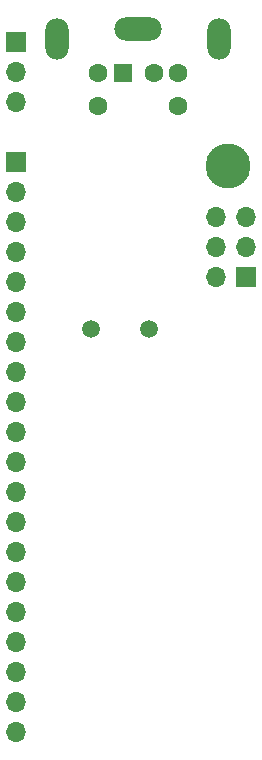
<source format=gbr>
%TF.GenerationSoftware,KiCad,Pcbnew,(6.0.7)*%
%TF.CreationDate,2023-01-02T00:51:12+00:00*%
%TF.ProjectId,CPC464-2MINIPS2,43504334-3634-42d3-924d-494e49505332,rev?*%
%TF.SameCoordinates,Original*%
%TF.FileFunction,Soldermask,Bot*%
%TF.FilePolarity,Negative*%
%FSLAX46Y46*%
G04 Gerber Fmt 4.6, Leading zero omitted, Abs format (unit mm)*
G04 Created by KiCad (PCBNEW (6.0.7)) date 2023-01-02 00:51:12*
%MOMM*%
%LPD*%
G01*
G04 APERTURE LIST*
%ADD10C,3.800000*%
%ADD11C,1.500000*%
%ADD12R,1.600000X1.600000*%
%ADD13C,1.600000*%
%ADD14O,4.000000X2.000000*%
%ADD15O,2.000000X3.500000*%
%ADD16R,1.700000X1.700000*%
%ADD17O,1.700000X1.700000*%
G04 APERTURE END LIST*
D10*
%TO.C,H9*%
X60629800Y-46990000D03*
%TD*%
D11*
%TO.C,Y800*%
X53900000Y-60750000D03*
X49020000Y-60750000D03*
%TD*%
D12*
%TO.C,J804*%
X51690000Y-39075000D03*
D13*
X54290000Y-39075000D03*
X49590000Y-39075000D03*
X56390000Y-39075000D03*
X49590000Y-41875000D03*
X56390000Y-41875000D03*
D14*
X52990000Y-35425000D03*
D15*
X59840000Y-36225000D03*
X46140000Y-36225000D03*
%TD*%
D16*
%TO.C,J800*%
X62125000Y-56425000D03*
D17*
X59585000Y-56425000D03*
X62125000Y-53885000D03*
X59585000Y-53885000D03*
X62125000Y-51345000D03*
X59585000Y-51345000D03*
%TD*%
D16*
%TO.C,CP002*%
X42672000Y-46634400D03*
D17*
X42672000Y-49174400D03*
X42672000Y-51714400D03*
X42672000Y-54254400D03*
X42672000Y-56794400D03*
X42672000Y-59334400D03*
X42672000Y-61874400D03*
X42672000Y-64414400D03*
X42672000Y-66954400D03*
X42672000Y-69494400D03*
X42672000Y-72034400D03*
X42672000Y-74574400D03*
X42672000Y-77114400D03*
X42672000Y-79654400D03*
X42672000Y-82194400D03*
X42672000Y-84734400D03*
X42672000Y-87274400D03*
X42672000Y-89814400D03*
X42672000Y-92354400D03*
X42672000Y-94894400D03*
%TD*%
D16*
%TO.C,J105*%
X42672000Y-36474400D03*
D17*
X42672000Y-39014400D03*
X42672000Y-41554400D03*
%TD*%
M02*

</source>
